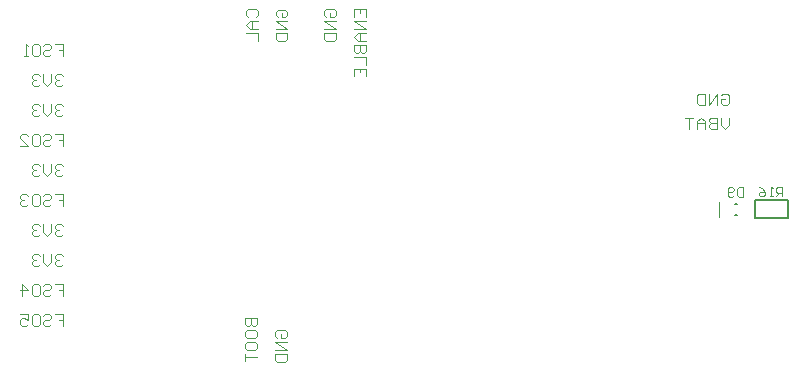
<source format=gbo>
G04*
G04 #@! TF.GenerationSoftware,Altium Limited,Altium Designer,22.6.1 (34)*
G04*
G04 Layer_Color=65535*
%FSLAX25Y25*%
%MOIN*%
G70*
G04*
G04 #@! TF.SameCoordinates,BE1EFFB1-D3A5-4C51-9803-2DA18C35BCD8*
G04*
G04*
G04 #@! TF.FilePolarity,Positive*
G04*
G01*
G75*
%ADD10C,0.00500*%
%ADD11C,0.00787*%
%ADD13C,0.00394*%
D10*
X267467Y73172D02*
X268333D01*
X267467Y69628D02*
X268333D01*
D11*
X274288Y74353D02*
X285312D01*
X274288Y68447D02*
Y74353D01*
Y68447D02*
X285312D01*
Y74353D01*
D13*
X262100Y68900D02*
Y73900D01*
X114827Y28482D02*
X114171Y29138D01*
Y30450D01*
X114827Y31106D01*
X117450D01*
X118106Y30450D01*
Y29138D01*
X117450Y28482D01*
X116138D01*
Y29794D01*
X118106Y27171D02*
X114171D01*
X118106Y24547D01*
X114171D01*
Y23235D02*
X118106D01*
Y21267D01*
X117450Y20611D01*
X114827D01*
X114171Y21267D01*
Y23235D01*
X104171Y35106D02*
X108106D01*
Y33138D01*
X107450Y32482D01*
X106794D01*
X106138Y33138D01*
Y35106D01*
Y33138D01*
X105482Y32482D01*
X104826D01*
X104171Y33138D01*
Y35106D01*
Y29203D02*
Y30515D01*
X104826Y31171D01*
X107450D01*
X108106Y30515D01*
Y29203D01*
X107450Y28547D01*
X104826D01*
X104171Y29203D01*
Y25267D02*
Y26579D01*
X104826Y27235D01*
X107450D01*
X108106Y26579D01*
Y25267D01*
X107450Y24611D01*
X104826D01*
X104171Y25267D01*
Y23299D02*
Y20675D01*
Y21987D01*
X108106D01*
X105190Y135344D02*
X104534Y136000D01*
Y137312D01*
X105190Y137968D01*
X107813D01*
X108469Y137312D01*
Y136000D01*
X107813Y135344D01*
X108469Y134032D02*
X105845D01*
X104534Y132720D01*
X105845Y131408D01*
X108469D01*
X106501D01*
Y134032D01*
X104534Y130096D02*
X108469D01*
Y127473D01*
X115092Y135325D02*
X114436Y135981D01*
Y137293D01*
X115092Y137949D01*
X117715D01*
X118371Y137293D01*
Y135981D01*
X117715Y135325D01*
X116403D01*
Y136637D01*
X118371Y134013D02*
X114436D01*
X118371Y131389D01*
X114436D01*
Y130078D02*
X118371D01*
Y128110D01*
X117715Y127454D01*
X115092D01*
X114436Y128110D01*
Y130078D01*
X131190Y135344D02*
X130534Y136000D01*
Y137312D01*
X131190Y137968D01*
X133813D01*
X134469Y137312D01*
Y136000D01*
X133813Y135344D01*
X132501D01*
Y136656D01*
X134469Y134032D02*
X130534D01*
X134469Y131408D01*
X130534D01*
Y130096D02*
X134469D01*
Y128129D01*
X133813Y127473D01*
X131190D01*
X130534Y128129D01*
Y130096D01*
X140533Y135344D02*
Y137968D01*
X144469D01*
Y135344D01*
X142501Y137968D02*
Y136656D01*
X144469Y134032D02*
X140533D01*
X144469Y131408D01*
X140533D01*
X144469Y130096D02*
X141846D01*
X140533Y128785D01*
X141846Y127473D01*
X144469D01*
X142501D01*
Y130096D01*
X140533Y126161D02*
X144469D01*
Y124193D01*
X143813Y123537D01*
X143157D01*
X142501Y124193D01*
Y126161D01*
Y124193D01*
X141846Y123537D01*
X141190D01*
X140533Y124193D01*
Y126161D01*
Y122225D02*
X144469D01*
Y119601D01*
X140533Y115665D02*
Y118289D01*
X144469D01*
Y115665D01*
X142501Y118289D02*
Y116977D01*
X265468Y101966D02*
Y99343D01*
X264156Y98031D01*
X262844Y99343D01*
Y101966D01*
X261532D02*
Y98031D01*
X259564D01*
X258908Y98687D01*
Y99343D01*
X259564Y99999D01*
X261532D01*
X259564D01*
X258908Y100654D01*
Y101311D01*
X259564Y101966D01*
X261532D01*
X257596Y98031D02*
Y100654D01*
X256284Y101966D01*
X254973Y100654D01*
Y98031D01*
Y99999D01*
X257596D01*
X253661Y101966D02*
X251037D01*
X252349D01*
Y98031D01*
X262844Y109310D02*
X263500Y109966D01*
X264812D01*
X265468Y109310D01*
Y106687D01*
X264812Y106031D01*
X263500D01*
X262844Y106687D01*
Y107999D01*
X264156D01*
X261532Y106031D02*
Y109966D01*
X258908Y106031D01*
Y109966D01*
X257596D02*
Y106031D01*
X255628D01*
X254973Y106687D01*
Y109310D01*
X255628Y109966D01*
X257596D01*
X43606Y55673D02*
X42950Y56329D01*
X41638D01*
X40982Y55673D01*
Y55018D01*
X41638Y54362D01*
X42294D01*
X41638D01*
X40982Y53706D01*
Y53050D01*
X41638Y52394D01*
X42950D01*
X43606Y53050D01*
X39671Y56329D02*
Y53706D01*
X38359Y52394D01*
X37047Y53706D01*
Y56329D01*
X35735Y55673D02*
X35079Y56329D01*
X33767D01*
X33111Y55673D01*
Y55018D01*
X33767Y54362D01*
X34423D01*
X33767D01*
X33111Y53706D01*
Y53050D01*
X33767Y52394D01*
X35079D01*
X35735Y53050D01*
X43606Y65674D02*
X42950Y66329D01*
X41638D01*
X40982Y65674D01*
Y65017D01*
X41638Y64362D01*
X42294D01*
X41638D01*
X40982Y63706D01*
Y63050D01*
X41638Y62394D01*
X42950D01*
X43606Y63050D01*
X39671Y66329D02*
Y63706D01*
X38359Y62394D01*
X37047Y63706D01*
Y66329D01*
X35735Y65674D02*
X35079Y66329D01*
X33767D01*
X33111Y65674D01*
Y65017D01*
X33767Y64362D01*
X34423D01*
X33767D01*
X33111Y63706D01*
Y63050D01*
X33767Y62394D01*
X35079D01*
X35735Y63050D01*
X43606Y85673D02*
X42950Y86329D01*
X41638D01*
X40982Y85673D01*
Y85018D01*
X41638Y84362D01*
X42294D01*
X41638D01*
X40982Y83706D01*
Y83050D01*
X41638Y82394D01*
X42950D01*
X43606Y83050D01*
X39671Y86329D02*
Y83706D01*
X38359Y82394D01*
X37047Y83706D01*
Y86329D01*
X35735Y85673D02*
X35079Y86329D01*
X33767D01*
X33111Y85673D01*
Y85018D01*
X33767Y84362D01*
X34423D01*
X33767D01*
X33111Y83706D01*
Y83050D01*
X33767Y82394D01*
X35079D01*
X35735Y83050D01*
X43606Y105674D02*
X42950Y106329D01*
X41638D01*
X40982Y105674D01*
Y105017D01*
X41638Y104362D01*
X42294D01*
X41638D01*
X40982Y103706D01*
Y103050D01*
X41638Y102394D01*
X42950D01*
X43606Y103050D01*
X39671Y106329D02*
Y103706D01*
X38359Y102394D01*
X37047Y103706D01*
Y106329D01*
X35735Y105674D02*
X35079Y106329D01*
X33767D01*
X33111Y105674D01*
Y105017D01*
X33767Y104362D01*
X34423D01*
X33767D01*
X33111Y103706D01*
Y103050D01*
X33767Y102394D01*
X35079D01*
X35735Y103050D01*
X43606Y115673D02*
X42950Y116329D01*
X41638D01*
X40982Y115673D01*
Y115017D01*
X41638Y114362D01*
X42294D01*
X41638D01*
X40982Y113706D01*
Y113050D01*
X41638Y112394D01*
X42950D01*
X43606Y113050D01*
X39671Y116329D02*
Y113706D01*
X38359Y112394D01*
X37047Y113706D01*
Y116329D01*
X35735Y115673D02*
X35079Y116329D01*
X33767D01*
X33111Y115673D01*
Y115017D01*
X33767Y114362D01*
X34423D01*
X33767D01*
X33111Y113706D01*
Y113050D01*
X33767Y112394D01*
X35079D01*
X35735Y113050D01*
X40982Y36329D02*
X43606D01*
Y34362D01*
X42294D01*
X43606D01*
Y32394D01*
X37047Y35673D02*
X37703Y36329D01*
X39015D01*
X39671Y35673D01*
Y35017D01*
X39015Y34362D01*
X37703D01*
X37047Y33706D01*
Y33050D01*
X37703Y32394D01*
X39015D01*
X39671Y33050D01*
X33767Y36329D02*
X35079D01*
X35735Y35673D01*
Y33050D01*
X35079Y32394D01*
X33767D01*
X33111Y33050D01*
Y35673D01*
X33767Y36329D01*
X29175D02*
X31799D01*
Y34362D01*
X30487Y35017D01*
X29831D01*
X29175Y34362D01*
Y33050D01*
X29831Y32394D01*
X31143D01*
X31799Y33050D01*
X40982Y46329D02*
X43606D01*
Y44362D01*
X42294D01*
X43606D01*
Y42394D01*
X37047Y45673D02*
X37703Y46329D01*
X39015D01*
X39671Y45673D01*
Y45017D01*
X39015Y44362D01*
X37703D01*
X37047Y43706D01*
Y43050D01*
X37703Y42394D01*
X39015D01*
X39671Y43050D01*
X33767Y46329D02*
X35079D01*
X35735Y45673D01*
Y43050D01*
X35079Y42394D01*
X33767D01*
X33111Y43050D01*
Y45673D01*
X33767Y46329D01*
X29831Y42394D02*
Y46329D01*
X31799Y44362D01*
X29175D01*
X40982Y76329D02*
X43606D01*
Y74362D01*
X42294D01*
X43606D01*
Y72394D01*
X37047Y75674D02*
X37703Y76329D01*
X39015D01*
X39671Y75674D01*
Y75017D01*
X39015Y74362D01*
X37703D01*
X37047Y73706D01*
Y73050D01*
X37703Y72394D01*
X39015D01*
X39671Y73050D01*
X33767Y76329D02*
X35079D01*
X35735Y75674D01*
Y73050D01*
X35079Y72394D01*
X33767D01*
X33111Y73050D01*
Y75674D01*
X33767Y76329D01*
X31799Y75674D02*
X31143Y76329D01*
X29831D01*
X29175Y75674D01*
Y75017D01*
X29831Y74362D01*
X30487D01*
X29831D01*
X29175Y73706D01*
Y73050D01*
X29831Y72394D01*
X31143D01*
X31799Y73050D01*
X40982Y96329D02*
X43606D01*
Y94362D01*
X42294D01*
X43606D01*
Y92394D01*
X37047Y95674D02*
X37703Y96329D01*
X39015D01*
X39671Y95674D01*
Y95017D01*
X39015Y94362D01*
X37703D01*
X37047Y93706D01*
Y93050D01*
X37703Y92394D01*
X39015D01*
X39671Y93050D01*
X33767Y96329D02*
X35079D01*
X35735Y95674D01*
Y93050D01*
X35079Y92394D01*
X33767D01*
X33111Y93050D01*
Y95674D01*
X33767Y96329D01*
X29175Y92394D02*
X31799D01*
X29175Y95017D01*
Y95674D01*
X29831Y96329D01*
X31143D01*
X31799Y95674D01*
X40982Y126329D02*
X43606D01*
Y124362D01*
X42294D01*
X43606D01*
Y122394D01*
X37047Y125673D02*
X37703Y126329D01*
X39015D01*
X39671Y125673D01*
Y125017D01*
X39015Y124362D01*
X37703D01*
X37047Y123706D01*
Y123050D01*
X37703Y122394D01*
X39015D01*
X39671Y123050D01*
X33767Y126329D02*
X35079D01*
X35735Y125673D01*
Y123050D01*
X35079Y122394D01*
X33767D01*
X33111Y123050D01*
Y125673D01*
X33767Y126329D01*
X31799Y122394D02*
X30487D01*
X31143D01*
Y126329D01*
X31799Y125673D01*
X283336Y75726D02*
Y78874D01*
X281761D01*
X281237Y78350D01*
Y77300D01*
X281761Y76775D01*
X283336D01*
X282286D02*
X281237Y75726D01*
X280187D02*
X279138D01*
X279662D01*
Y78874D01*
X280187Y78350D01*
X275464Y78874D02*
X276514Y78350D01*
X277563Y77300D01*
Y76250D01*
X277039Y75726D01*
X275989D01*
X275464Y76250D01*
Y76775D01*
X275989Y77300D01*
X277563D01*
X270324Y78774D02*
Y75626D01*
X268749D01*
X268225Y76151D01*
Y78250D01*
X268749Y78774D01*
X270324D01*
X267175Y76151D02*
X266651Y75626D01*
X265601D01*
X265076Y76151D01*
Y78250D01*
X265601Y78774D01*
X266651D01*
X267175Y78250D01*
Y77725D01*
X266651Y77200D01*
X265076D01*
M02*

</source>
